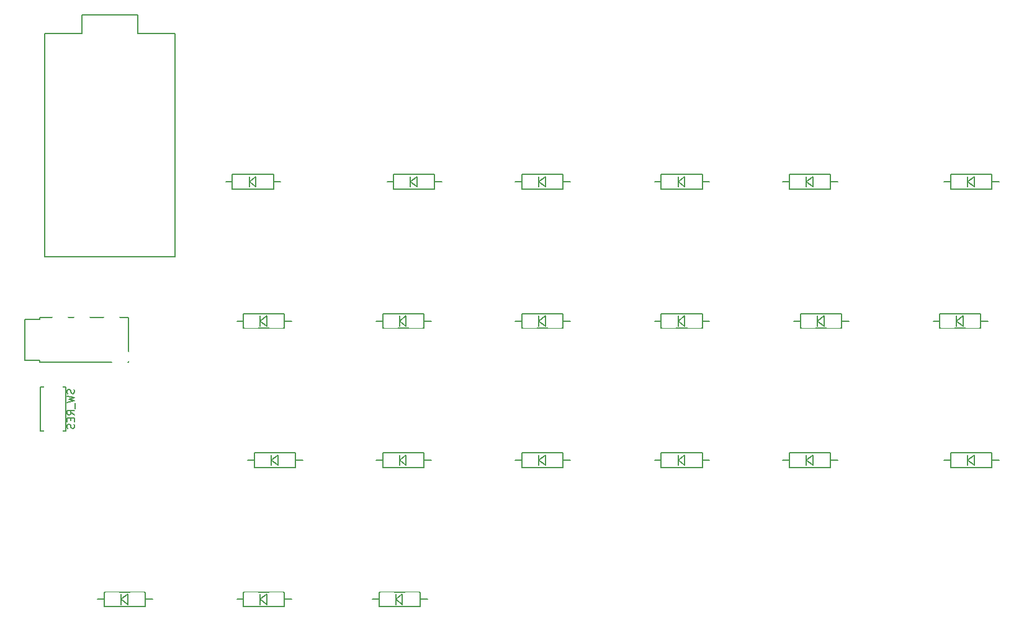
<source format=gbo>
G04 #@! TF.FileFunction,Legend,Bot*
%FSLAX46Y46*%
G04 Gerber Fmt 4.6, Leading zero omitted, Abs format (unit mm)*
G04 Created by KiCad (PCBNEW 4.0.7) date *
%MOMM*%
%LPD*%
G01*
G04 APERTURE LIST*
%ADD10C,0.150000*%
%ADD11C,7.400000*%
%ADD12R,1.924000X1.924000*%
%ADD13C,2.398980*%
%ADD14R,2.398980X2.398980*%
%ADD15O,2.900000X1.924000*%
%ADD16C,1.924000*%
%ADD17C,3.200000*%
%ADD18C,4.387810*%
%ADD19C,2.101810*%
%ADD20O,2.900000X2.200000*%
%ADD21R,2.000000X2.000000*%
%ADD22C,2.000000*%
G04 APERTURE END LIST*
D10*
X111500000Y-127300000D02*
X111500000Y-128700000D01*
X112400000Y-128700000D02*
X111500000Y-128000000D01*
X112400000Y-127300000D02*
X112400000Y-128700000D01*
X111500000Y-128000000D02*
X112400000Y-127300000D01*
X114800000Y-129000000D02*
X109200000Y-129000000D01*
X114800000Y-127000000D02*
X114800000Y-129000000D01*
X109200000Y-127000000D02*
X114800000Y-127000000D01*
X109200000Y-129000000D02*
X109200000Y-127000000D01*
X109200000Y-128000000D02*
X108300000Y-128000000D01*
X114800000Y-128000000D02*
X115800000Y-128000000D01*
X129000000Y-70300000D02*
X129000000Y-71700000D01*
X129900000Y-71700000D02*
X129000000Y-71000000D01*
X129900000Y-70300000D02*
X129900000Y-71700000D01*
X129000000Y-71000000D02*
X129900000Y-70300000D01*
X132300000Y-72000000D02*
X126700000Y-72000000D01*
X132300000Y-70000000D02*
X132300000Y-72000000D01*
X126700000Y-70000000D02*
X132300000Y-70000000D01*
X126700000Y-72000000D02*
X126700000Y-70000000D01*
X126700000Y-71000000D02*
X125800000Y-71000000D01*
X132300000Y-71000000D02*
X133300000Y-71000000D01*
X130500000Y-89300000D02*
X130500000Y-90700000D01*
X131400000Y-90700000D02*
X130500000Y-90000000D01*
X131400000Y-89300000D02*
X131400000Y-90700000D01*
X130500000Y-90000000D02*
X131400000Y-89300000D01*
X133800000Y-91000000D02*
X128200000Y-91000000D01*
X133800000Y-89000000D02*
X133800000Y-91000000D01*
X128200000Y-89000000D02*
X133800000Y-89000000D01*
X128200000Y-91000000D02*
X128200000Y-89000000D01*
X128200000Y-90000000D02*
X127300000Y-90000000D01*
X133800000Y-90000000D02*
X134800000Y-90000000D01*
X132000000Y-108300000D02*
X132000000Y-109700000D01*
X132900000Y-109700000D02*
X132000000Y-109000000D01*
X132900000Y-108300000D02*
X132900000Y-109700000D01*
X132000000Y-109000000D02*
X132900000Y-108300000D01*
X135300000Y-110000000D02*
X129700000Y-110000000D01*
X135300000Y-108000000D02*
X135300000Y-110000000D01*
X129700000Y-108000000D02*
X135300000Y-108000000D01*
X129700000Y-110000000D02*
X129700000Y-108000000D01*
X129700000Y-109000000D02*
X128800000Y-109000000D01*
X135300000Y-109000000D02*
X136300000Y-109000000D01*
X130500000Y-127300000D02*
X130500000Y-128700000D01*
X131400000Y-128700000D02*
X130500000Y-128000000D01*
X131400000Y-127300000D02*
X131400000Y-128700000D01*
X130500000Y-128000000D02*
X131400000Y-127300000D01*
X133800000Y-129000000D02*
X128200000Y-129000000D01*
X133800000Y-127000000D02*
X133800000Y-129000000D01*
X128200000Y-127000000D02*
X133800000Y-127000000D01*
X128200000Y-129000000D02*
X128200000Y-127000000D01*
X128200000Y-128000000D02*
X127300000Y-128000000D01*
X133800000Y-128000000D02*
X134800000Y-128000000D01*
X151000000Y-70300000D02*
X151000000Y-71700000D01*
X151900000Y-71700000D02*
X151000000Y-71000000D01*
X151900000Y-70300000D02*
X151900000Y-71700000D01*
X151000000Y-71000000D02*
X151900000Y-70300000D01*
X154300000Y-72000000D02*
X148700000Y-72000000D01*
X154300000Y-70000000D02*
X154300000Y-72000000D01*
X148700000Y-70000000D02*
X154300000Y-70000000D01*
X148700000Y-72000000D02*
X148700000Y-70000000D01*
X148700000Y-71000000D02*
X147800000Y-71000000D01*
X154300000Y-71000000D02*
X155300000Y-71000000D01*
X149500000Y-89300000D02*
X149500000Y-90700000D01*
X150400000Y-90700000D02*
X149500000Y-90000000D01*
X150400000Y-89300000D02*
X150400000Y-90700000D01*
X149500000Y-90000000D02*
X150400000Y-89300000D01*
X152800000Y-91000000D02*
X147200000Y-91000000D01*
X152800000Y-89000000D02*
X152800000Y-91000000D01*
X147200000Y-89000000D02*
X152800000Y-89000000D01*
X147200000Y-91000000D02*
X147200000Y-89000000D01*
X147200000Y-90000000D02*
X146300000Y-90000000D01*
X152800000Y-90000000D02*
X153800000Y-90000000D01*
X149500000Y-108300000D02*
X149500000Y-109700000D01*
X150400000Y-109700000D02*
X149500000Y-109000000D01*
X150400000Y-108300000D02*
X150400000Y-109700000D01*
X149500000Y-109000000D02*
X150400000Y-108300000D01*
X152800000Y-110000000D02*
X147200000Y-110000000D01*
X152800000Y-108000000D02*
X152800000Y-110000000D01*
X147200000Y-108000000D02*
X152800000Y-108000000D01*
X147200000Y-110000000D02*
X147200000Y-108000000D01*
X147200000Y-109000000D02*
X146300000Y-109000000D01*
X152800000Y-109000000D02*
X153800000Y-109000000D01*
X149000000Y-127300000D02*
X149000000Y-128700000D01*
X149900000Y-128700000D02*
X149000000Y-128000000D01*
X149900000Y-127300000D02*
X149900000Y-128700000D01*
X149000000Y-128000000D02*
X149900000Y-127300000D01*
X152300000Y-129000000D02*
X146700000Y-129000000D01*
X152300000Y-127000000D02*
X152300000Y-129000000D01*
X146700000Y-127000000D02*
X152300000Y-127000000D01*
X146700000Y-129000000D02*
X146700000Y-127000000D01*
X146700000Y-128000000D02*
X145800000Y-128000000D01*
X152300000Y-128000000D02*
X153300000Y-128000000D01*
X168500000Y-70300000D02*
X168500000Y-71700000D01*
X169400000Y-71700000D02*
X168500000Y-71000000D01*
X169400000Y-70300000D02*
X169400000Y-71700000D01*
X168500000Y-71000000D02*
X169400000Y-70300000D01*
X171800000Y-72000000D02*
X166200000Y-72000000D01*
X171800000Y-70000000D02*
X171800000Y-72000000D01*
X166200000Y-70000000D02*
X171800000Y-70000000D01*
X166200000Y-72000000D02*
X166200000Y-70000000D01*
X166200000Y-71000000D02*
X165300000Y-71000000D01*
X171800000Y-71000000D02*
X172800000Y-71000000D01*
X168500000Y-89300000D02*
X168500000Y-90700000D01*
X169400000Y-90700000D02*
X168500000Y-90000000D01*
X169400000Y-89300000D02*
X169400000Y-90700000D01*
X168500000Y-90000000D02*
X169400000Y-89300000D01*
X171800000Y-91000000D02*
X166200000Y-91000000D01*
X171800000Y-89000000D02*
X171800000Y-91000000D01*
X166200000Y-89000000D02*
X171800000Y-89000000D01*
X166200000Y-91000000D02*
X166200000Y-89000000D01*
X166200000Y-90000000D02*
X165300000Y-90000000D01*
X171800000Y-90000000D02*
X172800000Y-90000000D01*
X168500000Y-108300000D02*
X168500000Y-109700000D01*
X169400000Y-109700000D02*
X168500000Y-109000000D01*
X169400000Y-108300000D02*
X169400000Y-109700000D01*
X168500000Y-109000000D02*
X169400000Y-108300000D01*
X171800000Y-110000000D02*
X166200000Y-110000000D01*
X171800000Y-108000000D02*
X171800000Y-110000000D01*
X166200000Y-108000000D02*
X171800000Y-108000000D01*
X166200000Y-110000000D02*
X166200000Y-108000000D01*
X166200000Y-109000000D02*
X165300000Y-109000000D01*
X171800000Y-109000000D02*
X172800000Y-109000000D01*
X187500000Y-70300000D02*
X187500000Y-71700000D01*
X188400000Y-71700000D02*
X187500000Y-71000000D01*
X188400000Y-70300000D02*
X188400000Y-71700000D01*
X187500000Y-71000000D02*
X188400000Y-70300000D01*
X190800000Y-72000000D02*
X185200000Y-72000000D01*
X190800000Y-70000000D02*
X190800000Y-72000000D01*
X185200000Y-70000000D02*
X190800000Y-70000000D01*
X185200000Y-72000000D02*
X185200000Y-70000000D01*
X185200000Y-71000000D02*
X184300000Y-71000000D01*
X190800000Y-71000000D02*
X191800000Y-71000000D01*
X187500000Y-89300000D02*
X187500000Y-90700000D01*
X188400000Y-90700000D02*
X187500000Y-90000000D01*
X188400000Y-89300000D02*
X188400000Y-90700000D01*
X187500000Y-90000000D02*
X188400000Y-89300000D01*
X190800000Y-91000000D02*
X185200000Y-91000000D01*
X190800000Y-89000000D02*
X190800000Y-91000000D01*
X185200000Y-89000000D02*
X190800000Y-89000000D01*
X185200000Y-91000000D02*
X185200000Y-89000000D01*
X185200000Y-90000000D02*
X184300000Y-90000000D01*
X190800000Y-90000000D02*
X191800000Y-90000000D01*
X187500000Y-108300000D02*
X187500000Y-109700000D01*
X188400000Y-109700000D02*
X187500000Y-109000000D01*
X188400000Y-108300000D02*
X188400000Y-109700000D01*
X187500000Y-109000000D02*
X188400000Y-108300000D01*
X190800000Y-110000000D02*
X185200000Y-110000000D01*
X190800000Y-108000000D02*
X190800000Y-110000000D01*
X185200000Y-108000000D02*
X190800000Y-108000000D01*
X185200000Y-110000000D02*
X185200000Y-108000000D01*
X185200000Y-109000000D02*
X184300000Y-109000000D01*
X190800000Y-109000000D02*
X191800000Y-109000000D01*
X205000000Y-70300000D02*
X205000000Y-71700000D01*
X205900000Y-71700000D02*
X205000000Y-71000000D01*
X205900000Y-70300000D02*
X205900000Y-71700000D01*
X205000000Y-71000000D02*
X205900000Y-70300000D01*
X208300000Y-72000000D02*
X202700000Y-72000000D01*
X208300000Y-70000000D02*
X208300000Y-72000000D01*
X202700000Y-70000000D02*
X208300000Y-70000000D01*
X202700000Y-72000000D02*
X202700000Y-70000000D01*
X202700000Y-71000000D02*
X201800000Y-71000000D01*
X208300000Y-71000000D02*
X209300000Y-71000000D01*
X206500000Y-89300000D02*
X206500000Y-90700000D01*
X207400000Y-90700000D02*
X206500000Y-90000000D01*
X207400000Y-89300000D02*
X207400000Y-90700000D01*
X206500000Y-90000000D02*
X207400000Y-89300000D01*
X209800000Y-91000000D02*
X204200000Y-91000000D01*
X209800000Y-89000000D02*
X209800000Y-91000000D01*
X204200000Y-89000000D02*
X209800000Y-89000000D01*
X204200000Y-91000000D02*
X204200000Y-89000000D01*
X204200000Y-90000000D02*
X203300000Y-90000000D01*
X209800000Y-90000000D02*
X210800000Y-90000000D01*
X205000000Y-108300000D02*
X205000000Y-109700000D01*
X205900000Y-109700000D02*
X205000000Y-109000000D01*
X205900000Y-108300000D02*
X205900000Y-109700000D01*
X205000000Y-109000000D02*
X205900000Y-108300000D01*
X208300000Y-110000000D02*
X202700000Y-110000000D01*
X208300000Y-108000000D02*
X208300000Y-110000000D01*
X202700000Y-108000000D02*
X208300000Y-108000000D01*
X202700000Y-110000000D02*
X202700000Y-108000000D01*
X202700000Y-109000000D02*
X201800000Y-109000000D01*
X208300000Y-109000000D02*
X209300000Y-109000000D01*
X227000000Y-70300000D02*
X227000000Y-71700000D01*
X227900000Y-71700000D02*
X227000000Y-71000000D01*
X227900000Y-70300000D02*
X227900000Y-71700000D01*
X227000000Y-71000000D02*
X227900000Y-70300000D01*
X230300000Y-72000000D02*
X224700000Y-72000000D01*
X230300000Y-70000000D02*
X230300000Y-72000000D01*
X224700000Y-70000000D02*
X230300000Y-70000000D01*
X224700000Y-72000000D02*
X224700000Y-70000000D01*
X224700000Y-71000000D02*
X223800000Y-71000000D01*
X230300000Y-71000000D02*
X231300000Y-71000000D01*
X225500000Y-89300000D02*
X225500000Y-90700000D01*
X226400000Y-90700000D02*
X225500000Y-90000000D01*
X226400000Y-89300000D02*
X226400000Y-90700000D01*
X225500000Y-90000000D02*
X226400000Y-89300000D01*
X228800000Y-91000000D02*
X223200000Y-91000000D01*
X228800000Y-89000000D02*
X228800000Y-91000000D01*
X223200000Y-89000000D02*
X228800000Y-89000000D01*
X223200000Y-91000000D02*
X223200000Y-89000000D01*
X223200000Y-90000000D02*
X222300000Y-90000000D01*
X228800000Y-90000000D02*
X229800000Y-90000000D01*
X227000000Y-108300000D02*
X227000000Y-109700000D01*
X227900000Y-109700000D02*
X227000000Y-109000000D01*
X227900000Y-108300000D02*
X227900000Y-109700000D01*
X227000000Y-109000000D02*
X227900000Y-108300000D01*
X230300000Y-110000000D02*
X224700000Y-110000000D01*
X230300000Y-108000000D02*
X230300000Y-110000000D01*
X224700000Y-108000000D02*
X230300000Y-108000000D01*
X224700000Y-110000000D02*
X224700000Y-108000000D01*
X224700000Y-109000000D02*
X223800000Y-109000000D01*
X230300000Y-109000000D02*
X231300000Y-109000000D01*
X112500000Y-89500000D02*
X112500000Y-95600000D01*
X112500000Y-95600000D02*
X100400000Y-95600000D01*
X100400000Y-95600000D02*
X100400000Y-95350000D01*
X100400000Y-95350000D02*
X98400000Y-95350000D01*
X98400000Y-95300000D02*
X98400000Y-89750000D01*
X112500000Y-89500000D02*
X100400000Y-89500000D01*
X100400000Y-89500000D02*
X100400000Y-89750000D01*
X100400000Y-89750000D02*
X98400000Y-89750000D01*
X100500000Y-105000000D02*
X100500000Y-99100000D01*
X100500000Y-105000000D02*
X100500000Y-99000000D01*
X100500000Y-99000000D02*
X104000000Y-99000000D01*
X104000000Y-99000000D02*
X104000000Y-105000000D01*
X104000000Y-105000000D02*
X100500000Y-105000000D01*
X118890000Y-81240000D02*
X101110000Y-81240000D01*
X101110000Y-81240000D02*
X101110000Y-50760000D01*
X101110000Y-50760000D02*
X106190000Y-50760000D01*
X106190000Y-50760000D02*
X106190000Y-48220000D01*
X106190000Y-48220000D02*
X113810000Y-48220000D01*
X113810000Y-48220000D02*
X113810000Y-50760000D01*
X113810000Y-50760000D02*
X118890000Y-50760000D01*
X118890000Y-50760000D02*
X118890000Y-81240000D01*
X105104762Y-99333333D02*
X105152381Y-99476190D01*
X105152381Y-99714286D01*
X105104762Y-99809524D01*
X105057143Y-99857143D01*
X104961905Y-99904762D01*
X104866667Y-99904762D01*
X104771429Y-99857143D01*
X104723810Y-99809524D01*
X104676190Y-99714286D01*
X104628571Y-99523809D01*
X104580952Y-99428571D01*
X104533333Y-99380952D01*
X104438095Y-99333333D01*
X104342857Y-99333333D01*
X104247619Y-99380952D01*
X104200000Y-99428571D01*
X104152381Y-99523809D01*
X104152381Y-99761905D01*
X104200000Y-99904762D01*
X104152381Y-100238095D02*
X105152381Y-100476190D01*
X104438095Y-100666667D01*
X105152381Y-100857143D01*
X104152381Y-101095238D01*
X105247619Y-101238095D02*
X105247619Y-102000000D01*
X105152381Y-102809524D02*
X104676190Y-102476190D01*
X105152381Y-102238095D02*
X104152381Y-102238095D01*
X104152381Y-102619048D01*
X104200000Y-102714286D01*
X104247619Y-102761905D01*
X104342857Y-102809524D01*
X104485714Y-102809524D01*
X104580952Y-102761905D01*
X104628571Y-102714286D01*
X104676190Y-102619048D01*
X104676190Y-102238095D01*
X104628571Y-103238095D02*
X104628571Y-103571429D01*
X105152381Y-103714286D02*
X105152381Y-103238095D01*
X104152381Y-103238095D01*
X104152381Y-103714286D01*
X105104762Y-104095238D02*
X105152381Y-104238095D01*
X105152381Y-104476191D01*
X105104762Y-104571429D01*
X105057143Y-104619048D01*
X104961905Y-104666667D01*
X104866667Y-104666667D01*
X104771429Y-104619048D01*
X104723810Y-104571429D01*
X104676190Y-104476191D01*
X104628571Y-104285714D01*
X104580952Y-104190476D01*
X104533333Y-104142857D01*
X104438095Y-104095238D01*
X104342857Y-104095238D01*
X104247619Y-104142857D01*
X104200000Y-104190476D01*
X104152381Y-104285714D01*
X104152381Y-104523810D01*
X104200000Y-104666667D01*
%LPC*%
D11*
X216500000Y-109500000D03*
X140500000Y-72000000D03*
X216500000Y-71500000D03*
X121500000Y-110000000D03*
D12*
X113700000Y-128000000D03*
X110300000Y-128000000D03*
D13*
X117160000Y-127997460D03*
D14*
X107000000Y-127997460D03*
D12*
X131200000Y-71000000D03*
X127800000Y-71000000D03*
D13*
X134660000Y-70997460D03*
D14*
X124500000Y-70997460D03*
D12*
X132700000Y-90000000D03*
X129300000Y-90000000D03*
D13*
X136160000Y-89997460D03*
D14*
X126000000Y-89997460D03*
D12*
X134200000Y-109000000D03*
X130800000Y-109000000D03*
D13*
X137660000Y-108997460D03*
D14*
X127500000Y-108997460D03*
D12*
X132700000Y-128000000D03*
X129300000Y-128000000D03*
D13*
X136160000Y-127997460D03*
D14*
X126000000Y-127997460D03*
D12*
X153200000Y-71000000D03*
X149800000Y-71000000D03*
D13*
X156660000Y-70997460D03*
D14*
X146500000Y-70997460D03*
D12*
X151700000Y-90000000D03*
X148300000Y-90000000D03*
D13*
X155160000Y-89997460D03*
D14*
X145000000Y-89997460D03*
D12*
X151700000Y-109000000D03*
X148300000Y-109000000D03*
D13*
X155160000Y-108997460D03*
D14*
X145000000Y-108997460D03*
D12*
X151200000Y-128000000D03*
X147800000Y-128000000D03*
D13*
X154660000Y-127997460D03*
D14*
X144500000Y-127997460D03*
D12*
X170700000Y-71000000D03*
X167300000Y-71000000D03*
D13*
X174160000Y-70997460D03*
D14*
X164000000Y-70997460D03*
D12*
X170700000Y-90000000D03*
X167300000Y-90000000D03*
D13*
X174160000Y-89997460D03*
D14*
X164000000Y-89997460D03*
D12*
X170700000Y-109000000D03*
X167300000Y-109000000D03*
D13*
X174160000Y-108997460D03*
D14*
X164000000Y-108997460D03*
D12*
X189700000Y-71000000D03*
X186300000Y-71000000D03*
D13*
X193160000Y-70997460D03*
D14*
X183000000Y-70997460D03*
D12*
X189700000Y-90000000D03*
X186300000Y-90000000D03*
D13*
X193160000Y-89997460D03*
D14*
X183000000Y-89997460D03*
D12*
X189700000Y-109000000D03*
X186300000Y-109000000D03*
D13*
X193160000Y-108997460D03*
D14*
X183000000Y-108997460D03*
D12*
X207200000Y-71000000D03*
X203800000Y-71000000D03*
D13*
X210660000Y-70997460D03*
D14*
X200500000Y-70997460D03*
D12*
X208700000Y-90000000D03*
X205300000Y-90000000D03*
D13*
X212160000Y-89997460D03*
D14*
X202000000Y-89997460D03*
D12*
X207200000Y-109000000D03*
X203800000Y-109000000D03*
D13*
X210660000Y-108997460D03*
D14*
X200500000Y-108997460D03*
D12*
X229200000Y-71000000D03*
X225800000Y-71000000D03*
D13*
X232660000Y-70997460D03*
D14*
X222500000Y-70997460D03*
D12*
X227700000Y-90000000D03*
X224300000Y-90000000D03*
D13*
X231160000Y-89997460D03*
D14*
X221000000Y-89997460D03*
D12*
X229200000Y-109000000D03*
X225800000Y-109000000D03*
D13*
X232660000Y-108997460D03*
D14*
X222500000Y-108997460D03*
D15*
X110200000Y-90250000D03*
X111300000Y-94850000D03*
D16*
X109000000Y-92550000D03*
X102000000Y-92550000D03*
X102000000Y-87950000D03*
X109000000Y-87950000D03*
D15*
X111300000Y-85650000D03*
X103200000Y-90250000D03*
X106200000Y-90250000D03*
X110200000Y-90250000D03*
D17*
X108190000Y-116460000D03*
D18*
X112000000Y-119000000D03*
D19*
X106920000Y-119000000D03*
X117080000Y-119000000D03*
D17*
X115810000Y-116460000D03*
X114500000Y-115000000D03*
X109500000Y-115000000D03*
X109460000Y-113920000D03*
X114540000Y-113920000D03*
X114500000Y-114500000D03*
X109500000Y-114500000D03*
X127190000Y-59460000D03*
D18*
X131000000Y-62000000D03*
D19*
X125920000Y-62000000D03*
X136080000Y-62000000D03*
D17*
X134810000Y-59460000D03*
X133500000Y-58000000D03*
X128500000Y-58000000D03*
X128460000Y-56920000D03*
X133540000Y-56920000D03*
X133500000Y-57500000D03*
X128500000Y-57500000D03*
X127190000Y-78460000D03*
D18*
X131000000Y-81000000D03*
D19*
X125920000Y-81000000D03*
X136080000Y-81000000D03*
D17*
X134810000Y-78460000D03*
X133500000Y-77000000D03*
X128500000Y-77000000D03*
X128460000Y-75920000D03*
X133540000Y-75920000D03*
X133500000Y-76500000D03*
X128500000Y-76500000D03*
X127190000Y-97460000D03*
D18*
X131000000Y-100000000D03*
D19*
X125920000Y-100000000D03*
X136080000Y-100000000D03*
D17*
X134810000Y-97460000D03*
X133500000Y-96000000D03*
X128500000Y-96000000D03*
X128460000Y-94920000D03*
X133540000Y-94920000D03*
X133500000Y-95500000D03*
X128500000Y-95500000D03*
X127190000Y-116460000D03*
D18*
X131000000Y-119000000D03*
D19*
X125920000Y-119000000D03*
X136080000Y-119000000D03*
D17*
X134810000Y-116460000D03*
X133500000Y-115000000D03*
X128500000Y-115000000D03*
X128460000Y-113920000D03*
X133540000Y-113920000D03*
X133500000Y-114500000D03*
X128500000Y-114500000D03*
X146190000Y-59460000D03*
D18*
X150000000Y-62000000D03*
D19*
X144920000Y-62000000D03*
X155080000Y-62000000D03*
D17*
X153810000Y-59460000D03*
X152500000Y-58000000D03*
X147500000Y-58000000D03*
X147460000Y-56920000D03*
X152540000Y-56920000D03*
X152500000Y-57500000D03*
X147500000Y-57500000D03*
X146190000Y-78460000D03*
D18*
X150000000Y-81000000D03*
D19*
X144920000Y-81000000D03*
X155080000Y-81000000D03*
D17*
X153810000Y-78460000D03*
X152500000Y-77000000D03*
X147500000Y-77000000D03*
X147460000Y-75920000D03*
X152540000Y-75920000D03*
X152500000Y-76500000D03*
X147500000Y-76500000D03*
X146190000Y-97460000D03*
D18*
X150000000Y-100000000D03*
D19*
X144920000Y-100000000D03*
X155080000Y-100000000D03*
D17*
X153810000Y-97460000D03*
X152500000Y-96000000D03*
X147500000Y-96000000D03*
X147460000Y-94920000D03*
X152540000Y-94920000D03*
X152500000Y-95500000D03*
X147500000Y-95500000D03*
X146190000Y-116460000D03*
D18*
X150000000Y-119000000D03*
D19*
X144920000Y-119000000D03*
X155080000Y-119000000D03*
D17*
X153810000Y-116460000D03*
X152500000Y-115000000D03*
X147500000Y-115000000D03*
X147460000Y-113920000D03*
X152540000Y-113920000D03*
X152500000Y-114500000D03*
X147500000Y-114500000D03*
X165190000Y-59460000D03*
D18*
X169000000Y-62000000D03*
D19*
X163920000Y-62000000D03*
X174080000Y-62000000D03*
D17*
X172810000Y-59460000D03*
X171500000Y-58000000D03*
X166500000Y-58000000D03*
X166460000Y-56920000D03*
X171540000Y-56920000D03*
X171500000Y-57500000D03*
X166500000Y-57500000D03*
X165190000Y-78460000D03*
D18*
X169000000Y-81000000D03*
D19*
X163920000Y-81000000D03*
X174080000Y-81000000D03*
D17*
X172810000Y-78460000D03*
X171500000Y-77000000D03*
X166500000Y-77000000D03*
X166460000Y-75920000D03*
X171540000Y-75920000D03*
X171500000Y-76500000D03*
X166500000Y-76500000D03*
X165190000Y-97460000D03*
D18*
X169000000Y-100000000D03*
D19*
X163920000Y-100000000D03*
X174080000Y-100000000D03*
D17*
X172810000Y-97460000D03*
X171500000Y-96000000D03*
X166500000Y-96000000D03*
X166460000Y-94920000D03*
X171540000Y-94920000D03*
X171500000Y-95500000D03*
X166500000Y-95500000D03*
X184190000Y-59460000D03*
D18*
X188000000Y-62000000D03*
D19*
X182920000Y-62000000D03*
X193080000Y-62000000D03*
D17*
X191810000Y-59460000D03*
X190500000Y-58000000D03*
X185500000Y-58000000D03*
X185460000Y-56920000D03*
X190540000Y-56920000D03*
X190500000Y-57500000D03*
X185500000Y-57500000D03*
X184190000Y-78460000D03*
D18*
X188000000Y-81000000D03*
D19*
X182920000Y-81000000D03*
X193080000Y-81000000D03*
D17*
X191810000Y-78460000D03*
X190500000Y-77000000D03*
X185500000Y-77000000D03*
X185460000Y-75920000D03*
X190540000Y-75920000D03*
X190500000Y-76500000D03*
X185500000Y-76500000D03*
X184190000Y-97460000D03*
D18*
X188000000Y-100000000D03*
D19*
X182920000Y-100000000D03*
X193080000Y-100000000D03*
D17*
X191810000Y-97460000D03*
X190500000Y-96000000D03*
X185500000Y-96000000D03*
X185460000Y-94920000D03*
X190540000Y-94920000D03*
X190500000Y-95500000D03*
X185500000Y-95500000D03*
X203190000Y-59460000D03*
D18*
X207000000Y-62000000D03*
D19*
X201920000Y-62000000D03*
X212080000Y-62000000D03*
D17*
X210810000Y-59460000D03*
X209500000Y-58000000D03*
X204500000Y-58000000D03*
X204460000Y-56920000D03*
X209540000Y-56920000D03*
X209500000Y-57500000D03*
X204500000Y-57500000D03*
X203190000Y-78460000D03*
D18*
X207000000Y-81000000D03*
D19*
X201920000Y-81000000D03*
X212080000Y-81000000D03*
D17*
X210810000Y-78460000D03*
X209500000Y-77000000D03*
X204500000Y-77000000D03*
X204460000Y-75920000D03*
X209540000Y-75920000D03*
X209500000Y-76500000D03*
X204500000Y-76500000D03*
X203190000Y-97460000D03*
D18*
X207000000Y-100000000D03*
D19*
X201920000Y-100000000D03*
X212080000Y-100000000D03*
D17*
X210810000Y-97460000D03*
X209500000Y-96000000D03*
X204500000Y-96000000D03*
X204460000Y-94920000D03*
X209540000Y-94920000D03*
X209500000Y-95500000D03*
X204500000Y-95500000D03*
X222190000Y-59460000D03*
D18*
X226000000Y-62000000D03*
D19*
X220920000Y-62000000D03*
X231080000Y-62000000D03*
D17*
X229810000Y-59460000D03*
X228500000Y-58000000D03*
X223500000Y-58000000D03*
X223460000Y-56920000D03*
X228540000Y-56920000D03*
X228500000Y-57500000D03*
X223500000Y-57500000D03*
X222190000Y-78460000D03*
D18*
X226000000Y-81000000D03*
D19*
X220920000Y-81000000D03*
X231080000Y-81000000D03*
D17*
X229810000Y-78460000D03*
X228500000Y-77000000D03*
X223500000Y-77000000D03*
X223460000Y-75920000D03*
X228540000Y-75920000D03*
X228500000Y-76500000D03*
X223500000Y-76500000D03*
X222190000Y-97460000D03*
D18*
X226000000Y-100000000D03*
D19*
X220920000Y-100000000D03*
X231080000Y-100000000D03*
D17*
X229810000Y-97460000D03*
X228500000Y-96000000D03*
X223500000Y-96000000D03*
X223460000Y-94920000D03*
X228540000Y-94920000D03*
X228500000Y-95500000D03*
X223500000Y-95500000D03*
D20*
X102250000Y-105600000D03*
X102250000Y-98400000D03*
D21*
X102380000Y-52030000D03*
D22*
X102380000Y-54570000D03*
X102380000Y-57110000D03*
X102380000Y-59650000D03*
X102380000Y-62190000D03*
X102380000Y-64730000D03*
X102380000Y-67270000D03*
X102380000Y-69810000D03*
X102380000Y-72350000D03*
X102380000Y-74890000D03*
X102380000Y-77430000D03*
X102380000Y-79970000D03*
X117620000Y-79970000D03*
X117620000Y-77430000D03*
X117620000Y-74890000D03*
X117620000Y-72350000D03*
X117620000Y-69810000D03*
X117620000Y-67270000D03*
X117620000Y-64730000D03*
X117620000Y-62190000D03*
X117620000Y-59650000D03*
X117620000Y-57110000D03*
X117620000Y-54570000D03*
X117620000Y-52030000D03*
M02*

</source>
